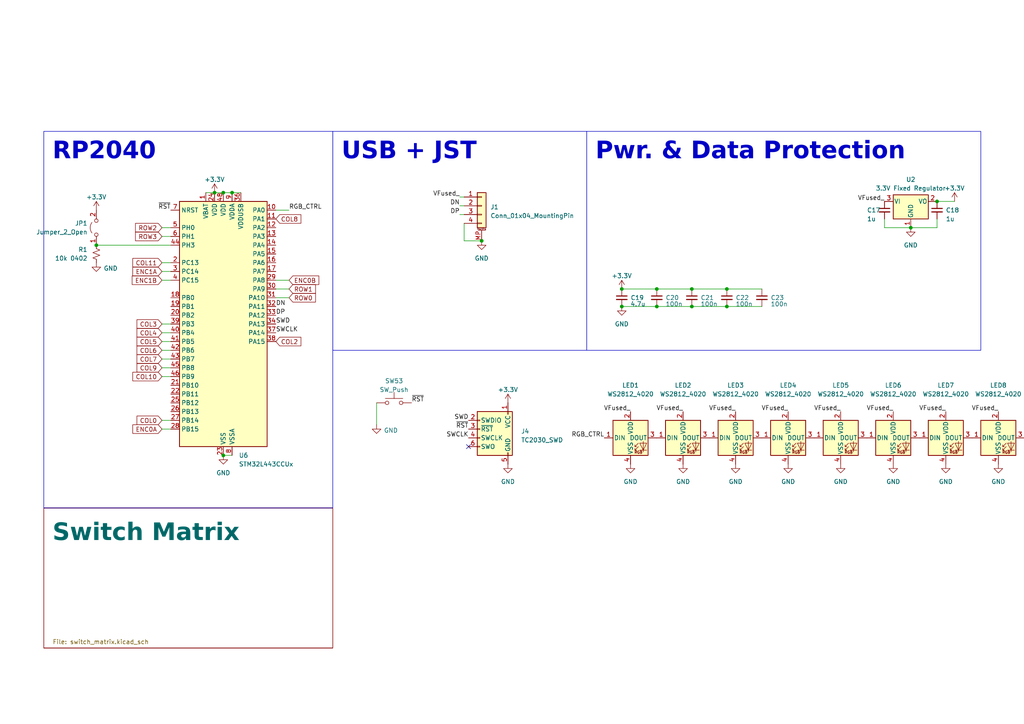
<source format=kicad_sch>
(kicad_sch (version 20230121) (generator eeschema)
  (paper "A4")
  (lib_symbols
    (symbol "Connector_Generic_MountingPin:Conn_01x04_MountingPin" (pin_names (offset 1.016) hide)
      (property "Reference" "J" (at 0 5.08 0))
      (property "Value" "Conn_01x04_MountingPin" (at 1.27 -7.62 0))
      (symbol "Conn_01x04_MountingPin_1_1"
        (rectangle (start -1.27 -4.953) (end 0 -5.207) (stroke (width 0.1524)))
        (rectangle (start -1.27 -2.413) (end 0 -2.667) (stroke (width 0.1524)))
        (rectangle (start -1.27 0.127) (end 0 -0.127) (stroke (width 0.1524)))
        (rectangle (start -1.27 2.667) (end 0 2.413) (stroke (width 0.1524)))
        (rectangle (start -1.27 3.81) (end 1.27 -6.35) (stroke (width 0.254)) (fill (type background)))
        (polyline (pts (xy -1.016 -7.112) (xy 1.016 -7.112)) (stroke (width 0.1524)))
        (text "Mounting" (at 0 -6.731 0) (effects (font (size 0.381 0.381))))
        (pin passive line (at -5.08 2.54 0) (length 3.81) (name "Pin_1") (number "1"))
        (pin passive line (at -5.08 0 0) (length 3.81) (name "Pin_2") (number "2"))
        (pin passive line (at -5.08 -2.54 0) (length 3.81) (name "Pin_3") (number "3"))
        (pin passive line (at -5.08 -5.08 0) (length 3.81) (name "Pin_4") (number "4"))
        (pin passive line (at 0 -10.16 90) (length 3.048) (name "MountPin") (number "MP"))
      )
    )
    (symbol "Device:C_Small" (pin_numbers hide) (pin_names (offset 0.254) hide)
      (property "Reference" "C" (at 0.254 1.778 0))
      (property "Value" "C_Small" (at 0.254 -2.032 0))
      (symbol "C_Small_0_1"
        (polyline (pts (xy -1.524 -0.508) (xy 1.524 -0.508)) (stroke (width 0.3302)))
        (polyline (pts (xy -1.524 0.508) (xy 1.524 0.508)) (stroke (width 0.3048)))
      )
      (symbol "C_Small_1_1"
        (pin passive line (at 0 2.54 270) (length 2.032) (name "~") (number "1"))
        (pin passive line (at 0 -2.54 90) (length 2.032) (name "~") (number "2"))
      )
    )
    (symbol "Device:R_Small_US" (pin_numbers hide) (pin_names (offset 0.254) hide)
      (property "Reference" "R" (at 0.762 0.508 0))
      (property "Value" "R_Small_US" (at 0.762 -1.016 0))
      (symbol "R_Small_US_1_1"
        (polyline (pts (xy 0 0) (xy 1.016 -0.381) (xy 0 -0.762) (xy -1.016 -1.143) (xy 0 -1.524)))
        (polyline (pts (xy 0 1.524) (xy 1.016 1.143) (xy 0 0.762) (xy -1.016 0.381) (xy 0 0)))
        (pin passive line (at 0 2.54 270) (length 1.016) (name "~") (number "1"))
        (pin passive line (at 0 -2.54 90) (length 1.016) (name "~") (number "2"))
      )
    )
    (symbol "Jumper:Jumper_2_Open" (pin_names (offset 0) hide)
      (property "Reference" "JP" (at 0 2.794 0))
      (property "Value" "Jumper_2_Open" (at 0 -2.286 0))
      (symbol "Jumper_2_Open_0_0"
        (circle (center -2.032 0) (radius 0.508))
        (circle (center 2.032 0) (radius 0.508))
      )
      (symbol "Jumper_2_Open_0_1"
        (arc (start 1.524 1.27) (mid 0 1.778) (end -1.524 1.27))
      )
      (symbol "Jumper_2_Open_1_1"
        (pin passive line (at -5.08 0 0) (length 2.54) (name "A") (number "1"))
        (pin passive line (at 5.08 0 180) (length 2.54) (name "B") (number "2"))
      )
    )
    (symbol "MCU_ST_STM32L4:STM32L443CCUx"
      (property "Reference" "U" (at -12.7 36.83 0))
      (property "Value" "STM32L443CCUx" (at 7.62 36.83 0))
      (symbol "STM32L443CCUx_0_1"
        (rectangle (start -12.7 -35.56) (end 12.7 35.56) (stroke (width 0.254)) (fill (type background)))
      )
      (symbol "STM32L443CCUx_1_1"
        (pin power_in line (at -5.08 38.1 270) (length 2.54) (name "VBAT") (number "1"))
        (pin bidirectional line (at 15.24 33.02 180) (length 2.54) (name "PA0") (number "10"))
        (pin bidirectional line (at 15.24 30.48 180) (length 2.54) (name "PA1") (number "11"))
        (pin bidirectional line (at 15.24 27.94 180) (length 2.54) (name "PA2") (number "12"))
        (pin bidirectional line (at 15.24 25.4 180) (length 2.54) (name "PA3") (number "13"))
        (pin bidirectional line (at 15.24 22.86 180) (length 2.54) (name "PA4") (number "14"))
        (pin bidirectional line (at 15.24 20.32 180) (length 2.54) (name "PA5") (number "15"))
        (pin bidirectional line (at 15.24 17.78 180) (length 2.54) (name "PA6") (number "16"))
        (pin bidirectional line (at 15.24 15.24 180) (length 2.54) (name "PA7") (number "17"))
        (pin bidirectional line (at -15.24 7.62 0) (length 2.54) (name "PB0") (number "18"))
        (pin bidirectional line (at -15.24 5.08 0) (length 2.54) (name "PB1") (number "19"))
        (pin bidirectional line (at -15.24 17.78 0) (length 2.54) (name "PC13") (number "2"))
        (pin bidirectional line (at -15.24 2.54 0) (length 2.54) (name "PB2") (number "20"))
        (pin bidirectional line (at -15.24 -17.78 0) (length 2.54) (name "PB10") (number "21"))
        (pin bidirectional line (at -15.24 -20.32 0) (length 2.54) (name "PB11") (number "22"))
        (pin power_in line (at 0 -38.1 90) (length 2.54) (name "VSS") (number "23"))
        (pin power_in line (at -2.54 38.1 270) (length 2.54) (name "VDD") (number "24"))
        (pin bidirectional line (at -15.24 -22.86 0) (length 2.54) (name "PB12") (number "25"))
        (pin bidirectional line (at -15.24 -25.4 0) (length 2.54) (name "PB13") (number "26"))
        (pin bidirectional line (at -15.24 -27.94 0) (length 2.54) (name "PB14") (number "27"))
        (pin bidirectional line (at -15.24 -30.48 0) (length 2.54) (name "PB15") (number "28"))
        (pin bidirectional line (at 15.24 12.7 180) (length 2.54) (name "PA8") (number "29"))
        (pin bidirectional line (at -15.24 15.24 0) (length 2.54) (name "PC14") (number "3"))
        (pin bidirectional line (at 15.24 10.16 180) (length 2.54) (name "PA9") (number "30"))
        (pin bidirectional line (at 15.24 7.62 180) (length 2.54) (name "PA10") (number "31"))
        (pin bidirectional line (at 15.24 5.08 180) (length 2.54) (name "PA11") (number "32"))
        (pin bidirectional line (at 15.24 2.54 180) (length 2.54) (name "PA12") (number "33"))
        (pin bidirectional line (at 15.24 0 180) (length 2.54) (name "PA13") (number "34"))
        (pin passive line (at 0 -38.1 90) (length 2.54) hide (name "VSS") (number "35"))
        (pin power_in line (at 5.08 38.1 270) (length 2.54) (name "VDDUSB") (number "36"))
        (pin bidirectional line (at 15.24 -2.54 180) (length 2.54) (name "PA14") (number "37"))
        (pin bidirectional line (at 15.24 -5.08 180) (length 2.54) (name "PA15") (number "38"))
        (pin bidirectional line (at -15.24 0 0) (length 2.54) (name "PB3") (number "39"))
        (pin bidirectional line (at -15.24 12.7 0) (length 2.54) (name "PC15") (number "4"))
        (pin bidirectional line (at -15.24 -2.54 0) (length 2.54) (name "PB4") (number "40"))
        (pin bidirectional line (at -15.24 -5.08 0) (length 2.54) (name "PB5") (number "41"))
        (pin bidirectional line (at -15.24 -7.62 0) (length 2.54) (name "PB6") (number "42"))
        (pin bidirectional line (at -15.24 -10.16 0) (length 2.54) (name "PB7") (number "43"))
        (pin bidirectional line (at -15.24 22.86 0) (length 2.54) (name "PH3") (number "44"))
        (pin bidirectional line (at -15.24 -12.7 0) (length 2.54) (name "PB8") (number "45"))
        (pin bidirectional line (at -15.24 -15.24 0) (length 2.54) (name "PB9") (number "46"))
        (pin passive line (at 0 -38.1 90) (length 2.54) hide (name "VSS") (number "47"))
        (pin power_in line (at 0 38.1 270) (length 2.54) (name "VDD") (number "48"))
        (pin passive line (at 0 -38.1 90) (length 2.54) hide (name "VSS") (number "49"))
        (pin bidirectional line (at -15.24 27.94 0) (length 2.54) (name "PH0") (number "5"))
        (pin bidirectional line (at -15.24 25.4 0) (length 2.54) (name "PH1") (number "6"))
        (pin input line (at -15.24 33.02 0) (length 2.54) (name "NRST") (number "7"))
        (pin power_in line (at 2.54 -38.1 90) (length 2.54) (name "VSSA") (number "8"))
        (pin power_in line (at 2.54 38.1 270) (length 2.54) (name "VDDA") (number "9"))
      )
    )
    (symbol "PCM_marbastlib-various:TC2030_SWD" (pin_names (offset 1.016))
      (property "Reference" "J" (at -3.81 -6.35 0))
      (property "Value" "TC2030_SWD" (at -10.16 8.89 0))
      (symbol "TC2030_SWD_0_1"
        (rectangle (start -3.81 7.62) (end 6.35 -5.08) (stroke (width 0.254)) (fill (type background)))
        (rectangle (start -3.048 -2.667) (end -3.81 -2.413))
        (rectangle (start -3.048 -0.127) (end -3.81 0.127))
        (rectangle (start -3.048 2.413) (end -3.81 2.667))
        (rectangle (start -3.048 4.953) (end -3.81 5.207))
        (rectangle (start 4.953 -5.08) (end 5.207 -4.318))
        (rectangle (start 4.953 6.858) (end 5.207 7.62))
      )
      (symbol "TC2030_SWD_1_1"
        (pin passive line (at 5.08 10.16 270) (length 2.54) (name "VCC") (number "1"))
        (pin passive line (at -6.35 5.08 0) (length 2.54) (name "SWDIO") (number "2"))
        (pin passive line (at -6.35 2.54 0) (length 2.54) (name "~{RST}") (number "3"))
        (pin passive line (at -6.35 0 0) (length 2.54) (name "SWCLK") (number "4"))
        (pin passive line (at 5.08 -7.62 90) (length 2.54) (name "GND") (number "5"))
        (pin passive line (at -6.35 -2.54 0) (length 2.54) (name "SWO") (number "6"))
      )
    )
    (symbol "Regulator_Linear:AP2127N3-1.2" (pin_names (offset 0.254))
      (property "Reference" "U" (at -3.81 3.175 0))
      (property "Value" "AP2127N3-1.2" (at 0 3.175 0))
      (symbol "AP2127N3-1.2_0_1"
        (rectangle (start -5.08 1.905) (end 5.08 -5.08) (stroke (width 0.254)) (fill (type background)))
      )
      (symbol "AP2127N3-1.2_1_1"
        (pin power_in line (at 0 -7.62 90) (length 2.54) (name "GND") (number "1"))
        (pin power_out line (at 7.62 0 180) (length 2.54) (name "VO") (number "2"))
        (pin power_in line (at -7.62 0 0) (length 2.54) (name "VI") (number "3"))
      )
    )
    (symbol "Switch:SW_Push" (pin_numbers hide) (pin_names (offset 1.016) hide)
      (property "Reference" "SW" (at 1.27 2.54 0))
      (property "Value" "SW_Push" (at 0 -1.524 0))
      (symbol "SW_Push_0_1"
        (circle (center -2.032 0) (radius 0.508))
        (polyline (pts (xy 0 1.27) (xy 0 3.048)))
        (polyline (pts (xy 2.54 1.27) (xy -2.54 1.27)))
        (circle (center 2.032 0) (radius 0.508))
        (pin passive line (at -5.08 0 0) (length 2.54) (name "1") (number "1"))
        (pin passive line (at 5.08 0 180) (length 2.54) (name "2") (number "2"))
      )
    )
    (symbol "marbastlib-various:WS2812_4020" (pin_names (offset 0.254))
      (property "Reference" "LED" (at 5.08 5.715 0))
      (property "Value" "WS2812_4020" (at 1.27 -5.715 0))
      (symbol "WS2812_4020_0_0"
        (text "RGB" (at 2.286 -4.191 0) (effects (font (size 0.762 0.762))))
      )
      (symbol "WS2812_4020_0_1"
        (polyline (pts (xy 1.27 -3.556) (xy 1.778 -3.556)))
        (polyline (pts (xy 1.27 -2.54) (xy 1.778 -2.54)))
        (polyline (pts (xy 4.699 -3.556) (xy 2.667 -3.556)))
        (polyline (pts (xy 2.286 -2.54) (xy 1.27 -3.556) (xy 1.27 -3.048)))
        (polyline (pts (xy 2.286 -1.524) (xy 1.27 -2.54) (xy 1.27 -2.032)))
        (polyline (pts (xy 3.683 -1.016) (xy 3.683 -3.556) (xy 3.683 -4.064)))
        (polyline (pts (xy 4.699 -1.524) (xy 2.667 -1.524) (xy 3.683 -3.556) (xy 4.699 -1.524)))
        (rectangle (start 5.08 5.08) (end -5.08 -5.08) (stroke (width 0.254)) (fill (type background)))
      )
      (symbol "WS2812_4020_1_1"
        (pin input line (at -7.62 0 0) (length 2.54) (name "DIN") (number "1"))
        (pin power_in line (at 0 7.62 270) (length 2.54) (name "VDD") (number "2"))
        (pin output line (at 7.62 0 180) (length 2.54) (name "DOUT") (number "3"))
        (pin power_in line (at 0 -7.62 90) (length 2.54) (name "VSS") (number "4"))
      )
    )
    (symbol "power:+3.3V" (power) (pin_names (offset 0))
      (property "Value" "+3.3V" (at 0 3.556 0))
      (symbol "+3.3V_0_1"
        (polyline (pts (xy -0.762 1.27) (xy 0 2.54)))
        (polyline (pts (xy 0 0) (xy 0 2.54)))
        (polyline (pts (xy 0 2.54) (xy 0.762 1.27)))
      )
      (symbol "+3.3V_1_1"
        (pin power_in line (at 0 0 90) (length 0) hide (name "+3.3V") (number "1"))
      )
    )
    (symbol "power:GND" (power) (pin_names (offset 0))
      (property "Value" "GND" (at 0 -3.81 0))
      (symbol "GND_0_1"
        (polyline (pts (xy 0 0) (xy 0 -1.27) (xy 1.27 -1.27) (xy 0 -2.54) (xy -1.27 -1.27) (xy 0 -1.27)))
      )
      (symbol "GND_1_1"
        (pin power_in line (at 0 0 270) (length 0) hide (name "GND") (number "1"))
      )
    )
  )
  (junction (at 64.77 55.88))
  (junction (at 200.66 88.9))
  (junction (at 210.82 88.9))
  (junction (at 180.34 83.82))
  (junction (at 190.5 83.82))
  (junction (at 210.82 83.82))
  (junction (at 271.78 58.42))
  (junction (at 139.7 69.85))
  (junction (at 264.16 66.04))
  (junction (at 67.31 55.88))
  (junction (at 200.66 83.82))
  (junction (at 64.77 132.08))
  (junction (at 62.23 55.88))
  (junction (at 190.5 88.9))
  (junction (at 27.94 71.12))
  (junction (at 180.34 88.9))
  (no_connect (at 135.89 129.54))
  (no_connect (at 358.14 127))
  (wire (pts (xy 83.82 86.36) (xy 80.01 86.36)))
  (wire (pts (xy 64.77 132.08) (xy 67.31 132.08)))
  (wire (pts (xy 46.99 101.6) (xy 49.53 101.6)))
  (wire (pts (xy 59.69 55.88) (xy 62.23 55.88)))
  (wire (pts (xy 190.5 88.9) (xy 200.66 88.9)))
  (wire (pts (xy 256.54 63.5) (xy 256.54 66.04)))
  (wire (pts (xy 46.99 68.58) (xy 49.53 68.58)))
  (wire (pts (xy 46.99 96.52) (xy 49.53 96.52)))
  (wire (pts (xy 210.82 83.82) (xy 220.98 83.82)))
  (wire (pts (xy 264.16 66.04) (xy 271.78 66.04)))
  (wire (pts (xy 271.78 66.04) (xy 271.78 63.5)))
  (wire (pts (xy 134.62 59.69) (xy 133.35 59.69)))
  (wire (pts (xy 46.99 81.28) (xy 49.53 81.28)))
  (wire (pts (xy 180.34 83.82) (xy 190.5 83.82)))
  (wire (pts (xy 200.66 83.82) (xy 210.82 83.82)))
  (wire (pts (xy 134.62 62.23) (xy 133.35 62.23)))
  (wire (pts (xy 46.99 109.22) (xy 49.53 109.22)))
  (wire (pts (xy 190.5 83.82) (xy 200.66 83.82)))
  (wire (pts (xy 134.62 64.77) (xy 134.62 69.85)))
  (wire (pts (xy 271.78 58.42) (xy 276.86 58.42)))
  (wire (pts (xy 46.99 99.06) (xy 49.53 99.06)))
  (wire (pts (xy 83.82 81.28) (xy 80.01 81.28)))
  (wire (pts (xy 133.35 57.15) (xy 134.62 57.15)))
  (wire (pts (xy 200.66 88.9) (xy 210.82 88.9)))
  (wire (pts (xy 46.99 78.74) (xy 49.53 78.74)))
  (wire (pts (xy 83.82 60.96) (xy 80.01 60.96)))
  (wire (pts (xy 46.99 104.14) (xy 49.53 104.14)))
  (wire (pts (xy 109.22 116.84) (xy 109.22 123.19)))
  (wire (pts (xy 46.99 76.2) (xy 49.53 76.2)))
  (wire (pts (xy 256.54 66.04) (xy 264.16 66.04)))
  (wire (pts (xy 80.01 83.82) (xy 83.82 83.82)))
  (wire (pts (xy 67.31 55.88) (xy 69.85 55.88)))
  (wire (pts (xy 46.99 66.04) (xy 49.53 66.04)))
  (wire (pts (xy 62.23 55.88) (xy 64.77 55.88)))
  (wire (pts (xy 46.99 93.98) (xy 49.53 93.98)))
  (wire (pts (xy 46.99 124.46) (xy 49.53 124.46)))
  (wire (pts (xy 210.82 88.9) (xy 220.98 88.9)))
  (wire (pts (xy 180.34 88.9) (xy 190.5 88.9)))
  (wire (pts (xy 46.99 121.92) (xy 49.53 121.92)))
  (wire (pts (xy 64.77 55.88) (xy 67.31 55.88)))
  (wire (pts (xy 46.99 106.68) (xy 49.53 106.68)))
  (wire (pts (xy 134.62 69.85) (xy 139.7 69.85)))
  (wire (pts (xy 27.94 71.12) (xy 49.53 71.12)))
  (rectangle (start 170.18 38.1) (end 284.48 101.6))
  (rectangle (start 12.7 38.1) (end 96.52 147.32))
  (rectangle (start 96.52 38.1) (end 170.18 101.6))
  (text "USB + JST" (at 99.06 48.26 0) (effects (font (size 5 5) (thickness 0.254) bold) (justify left bottom)))
  (text "RP2040" (at 15.24 48.26 0) (effects (font (size 5 5) (thickness 0.254) bold) (justify left bottom)))
  (text "Pwr. & Data Protection" (at 172.72 48.26 0) (effects (font (size 5 5) (thickness 0.254) bold) (justify left bottom)))
  (label "DN" (at 133.35 59.69 180))
  (label "VFused_" (at 256.54 58.42 180))
  (label "SWCLK" (at 80.01 96.52 0))
  (label "~{RST}" (at 119.38 116.84 0))
  (label "RGB_CTRL" (at 175.26 127 180))
  (label "VFused_" (at 289.56 119.38 180))
  (label "~{RST}" (at 49.53 60.96 180))
  (label "DN" (at 80.01 88.9 0))
  (label "SWCLK" (at 135.89 127 180))
  (label "SWD" (at 135.89 121.92 180))
  (label "VFused_" (at 304.8 119.38 180))
  (label "VFused_" (at 320.04 119.38 180))
  (label "VFused_" (at 228.6 119.38 180))
  (label "DP" (at 80.01 91.44 0))
  (label "DP" (at 133.35 62.23 180))
  (label "VFused_" (at 243.84 119.38 180))
  (label "VFused_" (at 182.88 119.38 180))
  (label "VFused_" (at 198.12 119.38 180))
  (label "VFused_" (at 335.28 119.38 180))
  (label "VFused_" (at 133.35 57.15 180))
  (label "VFused_" (at 213.36 119.38 180))
  (label "VFused_" (at 274.32 119.38 180))
  (label "SWD" (at 80.01 93.98 0))
  (label "~{RST}" (at 135.89 124.46 180))
  (label "VFused_" (at 350.52 119.38 180))
  (label "VFused_" (at 259.08 119.38 180))
  (label "RGB_CTRL" (at 83.82 60.96 0))
  (global_label "COL6" (shape input) (at 46.99 101.6 180) (property "Intersheetrefs" "${INTERSHEET_REFS}" (effects hide)))
  (global_label "COL4" (shape input) (at 46.99 96.52 180) (property "Intersheetrefs" "${INTERSHEET_REFS}" (effects hide)))
  (global_label "COL11" (shape input) (at 46.99 76.2 180) (property "Intersheetrefs" "${INTERSHEET_REFS}" (effects hide)))
  (global_label "ENC1B" (shape input) (at 46.99 81.28 180) (property "Intersheetrefs" "${INTERSHEET_REFS}" (effects hide)))
  (global_label "COL2" (shape input) (at 80.01 99.06 0) (property "Intersheetrefs" "${INTERSHEET_REFS}" (effects hide)))
  (global_label "ROW2" (shape input) (at 46.99 66.04 180) (property "Intersheetrefs" "${INTERSHEET_REFS}" (effects hide)))
  (global_label "ROW1" (shape input) (at 83.82 83.82 0) (property "Intersheetrefs" "${INTERSHEET_REFS}" (effects hide)))
  (global_label "ENC0A" (shape input) (at 46.99 124.46 180) (property "Intersheetrefs" "${INTERSHEET_REFS}" (effects hide)))
  (global_label "COL3" (shape input) (at 46.99 93.98 180) (property "Intersheetrefs" "${INTERSHEET_REFS}" (effects hide)))
  (global_label "COL7" (shape input) (at 46.99 104.14 180) (property "Intersheetrefs" "${INTERSHEET_REFS}" (effects hide)))
  (global_label "COL9" (shape input) (at 46.99 106.68 180) (property "Intersheetrefs" "${INTERSHEET_REFS}" (effects hide)))
  (global_label "ROW0" (shape input) (at 83.82 86.36 0) (property "Intersheetrefs" "${INTERSHEET_REFS}" (effects hide)))
  (global_label "ENC0B" (shape input) (at 83.82 81.28 0) (property "Intersheetrefs" "${INTERSHEET_REFS}" (effects hide)))
  (global_label "COL5" (shape input) (at 46.99 99.06 180) (property "Intersheetrefs" "${INTERSHEET_REFS}" (effects hide)))
  (global_label "ROW3" (shape input) (at 46.99 68.58 180) (property "Intersheetrefs" "${INTERSHEET_REFS}" (effects hide)))
  (global_label "COL10" (shape input) (at 46.99 109.22 180) (property "Intersheetrefs" "${INTERSHEET_REFS}" (effects hide)))
  (global_label "COL8" (shape input) (at 80.01 63.5 0) (property "Intersheetrefs" "${INTERSHEET_REFS}" (effects hide)))
  (global_label "ENC1A" (shape input) (at 46.99 78.74 180) (property "Intersheetrefs" "${INTERSHEET_REFS}" (effects hide)))
  (global_label "COL0" (shape input) (at 46.99 121.92 180) (property "Intersheetrefs" "${INTERSHEET_REFS}" (effects hide)))
  (symbol (lib_id "Device:C_Small") (at 256.54 60.96 0) (mirror y) (unit 1)
    (property "Reference" "C17" (at 251.46 60.96 0) (effects (justify right)))
    (property "Value" "1u" (at 251.46 63.5 0) (effects (justify right)))
    (property "Footprint" "Capacitor_SMD:C_0402_1005Metric" (effects hide))
    (property "LCSC" "C52923" (effects hide))
  )
  (symbol (lib_id "power:+3.3V") (at 276.86 58.42 0) (unit 1)
    (property "Reference" "#PWR032" (effects hide))
    (property "Value" "+3.3V" (at 276.86 54.61 0))
  )
  (symbol (lib_id "marbastlib-various:WS2812_4020") (at 304.8 127 0) (unit 1)
    (property "Reference" "LED9" (at 304.8 111.76 0))
    (property "Value" "WS2812_4020" (at 304.8 114.3 0))
    (property "Footprint" "PCM_marbastlib-xp-various:LED_WS2812_4020" (effects hide))
    (property "Datasheet" "https://datasheet.lcsc.com/lcsc/2012110135_Worldsemi-WS2812B-4020_C965557.pdf" (effects hide))
    (property "LCSC" "C965557" (effects hide))
  )
  (symbol (lib_id "marbastlib-various:WS2812_4020") (at 350.52 127 0) (unit 1)
    (property "Reference" "LED12" (at 350.52 111.76 0))
    (property "Value" "WS2812_4020" (at 350.52 114.3 0))
    (property "Footprint" "PCM_marbastlib-xp-various:LED_WS2812_4020" (effects hide))
    (property "Datasheet" "https://datasheet.lcsc.com/lcsc/2012110135_Worldsemi-WS2812B-4020_C965557.pdf" (effects hide))
    (property "LCSC" "C965557" (effects hide))
  )
  (symbol (lib_id "PCM_marbastlib-various:TC2030_SWD") (at 142.24 127 0) (unit 1)
    (property "Reference" "J4" (at 151.13 125.095 0) (effects (justify left)))
    (property "Value" "TC2030_SWD" (at 151.13 127.635 0) (effects (justify left)))
    (property "Footprint" "PCM_marbastlib-various:CON_TC2030_outlined" (effects hide))
    (property "Datasheet" " ~" (effects hide))
  )
  (symbol (lib_id "Device:C_Small") (at 210.82 86.36 0) (unit 1)
    (property "Reference" "C22" (at 213.36 86.36 0) (effects (justify left)))
    (property "Value" "100n" (at 213.3257 88.1873 0) (effects (justify left)))
    (property "Footprint" "Capacitor_SMD:C_0402_1005Metric" (effects hide))
    (property "LCSC" "C1525" (effects hide))
  )
  (symbol (lib_id "Jumper:Jumper_2_Open") (at 27.94 66.04 90) (unit 1) (in_bom no)
    (property "Reference" "JP1" (at 25.4 64.77 90) (effects (justify left)))
    (property "Value" "Jumper_2_Open" (at 25.4 67.31 90) (effects (justify left)))
    (property "Footprint" "Connector_PinHeader_1.27mm:PinHeader_1x02_P1.27mm_Vertical" (effects hide))
  )
  (symbol (lib_id "power:GND") (at 274.32 134.62 0) (unit 1)
    (property "Reference" "#PWR07" (effects hide))
    (property "Value" "GND" (at 274.32 139.7 0))
  )
  (symbol (lib_id "Device:C_Small") (at 220.98 86.36 0) (unit 1)
    (property "Reference" "C23" (at 223.52 86.36 0) (effects (justify left)))
    (property "Value" "100n" (at 223.4857 88.1873 0) (effects (justify left)))
    (property "Footprint" "Capacitor_SMD:C_0402_1005Metric" (effects hide))
    (property "LCSC" "C1525" (effects hide))
  )
  (symbol (lib_id "marbastlib-various:WS2812_4020") (at 243.84 127 0) (unit 1)
    (property "Reference" "LED5" (at 243.84 111.76 0))
    (property "Value" "WS2812_4020" (at 243.84 114.3 0))
    (property "Footprint" "PCM_marbastlib-xp-various:LED_WS2812_4020" (effects hide))
    (property "Datasheet" "https://datasheet.lcsc.com/lcsc/2012110135_Worldsemi-WS2812B-4020_C965557.pdf" (effects hide))
    (property "LCSC" "C965557" (effects hide))
  )
  (symbol (lib_id "Regulator_Linear:AP2127N3-1.2") (at 264.16 58.42 0) (unit 1)
    (property "Reference" "U2" (at 264.16 52.07 0))
    (property "Value" "3.3V Fixed Regulator" (at 264.16 54.61 0))
    (property "Footprint" "Package_TO_SOT_SMD:TSOT-23" (effects hide))
    (property "Datasheet" "https://www.diodes.com/assets/Datasheets/AP2127.pdf" (effects hide))
    (property "LCSC" "C150715" (effects hide))
  )
  (symbol (lib_id "power:GND") (at 243.84 134.62 0) (unit 1)
    (property "Reference" "#PWR05" (effects hide))
    (property "Value" "GND" (at 243.84 139.7 0))
  )
  (symbol (lib_id "power:GND") (at 182.88 134.62 0) (unit 1)
    (property "Reference" "#PWR01" (effects hide))
    (property "Value" "GND" (at 182.88 139.7 0))
  )
  (symbol (lib_id "marbastlib-various:WS2812_4020") (at 213.36 127 0) (unit 1)
    (property "Reference" "LED3" (at 213.36 111.76 0))
    (property "Value" "WS2812_4020" (at 213.36 114.3 0))
    (property "Footprint" "PCM_marbastlib-xp-various:LED_WS2812_4020" (effects hide))
    (property "Datasheet" "https://datasheet.lcsc.com/lcsc/2012110135_Worldsemi-WS2812B-4020_C965557.pdf" (effects hide))
    (property "LCSC" "C965557" (effects hide))
  )
  (symbol (lib_id "power:GND") (at 180.34 88.9 0) (unit 1)
    (property "Reference" "#PWR038" (effects hide))
    (property "Value" "GND" (at 180.34 93.98 0))
  )
  (symbol (lib_id "power:GND") (at 228.6 134.62 0) (unit 1)
    (property "Reference" "#PWR04" (effects hide))
    (property "Value" "GND" (at 228.6 139.7 0))
  )
  (symbol (lib_id "power:GND") (at 27.94 76.2 0) (unit 1)
    (property "Reference" "#PWR014" (effects hide))
    (property "Value" "GND" (at 32.0997 77.8443 0))
  )
  (symbol (lib_id "power:GND") (at 109.22 123.19 0) (unit 1)
    (property "Reference" "#PWR040" (effects hide))
    (property "Value" "GND" (at 113.3797 124.8343 0))
  )
  (symbol (lib_id "power:+3.3V") (at 180.34 83.82 0) (unit 1)
    (property "Reference" "#PWR035" (effects hide))
    (property "Value" "+3.3V" (at 180.34 80.01 0))
  )
  (symbol (lib_id "power:+3.3V") (at 62.23 55.88 0) (unit 1)
    (property "Reference" "#PWR030" (effects hide))
    (property "Value" "+3.3V" (at 62.23 52.07 0))
  )
  (symbol (lib_id "power:GND") (at 304.8 134.62 0) (unit 1)
    (property "Reference" "#PWR09" (effects hide))
    (property "Value" "GND" (at 304.8 139.7 0))
  )
  (symbol (lib_id "marbastlib-various:WS2812_4020") (at 182.88 127 0) (unit 1)
    (property "Reference" "LED1" (at 182.88 111.76 0))
    (property "Value" "WS2812_4020" (at 182.88 114.3 0))
    (property "Footprint" "PCM_marbastlib-xp-various:LED_WS2812_4020" (effects hide))
    (property "Datasheet" "https://datasheet.lcsc.com/lcsc/2012110135_Worldsemi-WS2812B-4020_C965557.pdf" (effects hide))
    (property "LCSC" "C965557" (effects hide))
  )
  (symbol (lib_id "Device:C_Small") (at 271.78 60.96 0) (unit 1)
    (property "Reference" "C18" (at 274.32 60.96 0) (effects (justify left)))
    (property "Value" "1u" (at 274.32 63.5 0) (effects (justify left)))
    (property "Footprint" "Capacitor_SMD:C_0402_1005Metric" (effects hide))
    (property "LCSC" "C52923" (effects hide))
  )
  (symbol (lib_id "power:GND") (at 147.32 134.62 0) (unit 1)
    (property "Reference" "#PWR042" (effects hide))
    (property "Value" "GND" (at 147.32 139.7 0))
  )
  (symbol (lib_id "Switch:SW_Push") (at 114.3 116.84 0) (unit 1)
    (property "Reference" "SW53" (at 114.3 110.49 0))
    (property "Value" "SW_Push" (at 114.3 113.03 0))
    (property "Footprint" "Button_Switch_SMD:SW_SPST_SKQG_WithoutStem" (effects hide))
    (property "LCSC" "C115351" (effects hide))
  )
  (symbol (lib_id "power:GND") (at 350.52 134.62 0) (unit 1)
    (property "Reference" "#PWR012" (effects hide))
    (property "Value" "GND" (at 350.52 139.7 0))
  )
  (symbol (lib_id "Device:C_Small") (at 200.66 86.36 0) (unit 1)
    (property "Reference" "C21" (at 203.2 86.36 0) (effects (justify left)))
    (property "Value" "100n" (at 203.1657 88.1873 0) (effects (justify left)))
    (property "Footprint" "Capacitor_SMD:C_0402_1005Metric" (effects hide))
    (property "LCSC" "C1525" (effects hide))
  )
  (symbol (lib_id "MCU_ST_STM32L4:STM32L443CCUx") (at 64.77 93.98 0) (unit 1)
    (property "Reference" "U6" (at 69.2659 132.08 0) (effects (justify left)))
    (property "Value" "STM32L443CCUx" (at 69.2659 134.62 0) (effects (justify left)))
    (property "Footprint" "Package_DFN_QFN:QFN-48-1EP_7x7mm_P0.5mm_EP5.6x5.6mm_ThermalVias" (effects hide))
    (property "Datasheet" "https://www.st.com/resource/en/datasheet/stm32l443cc.pdf" (effects hide))
    (property "LCSC" "C1338637" (effects hide))
  )
  (symbol (lib_id "power:GND") (at 320.04 134.62 0) (unit 1)
    (property "Reference" "#PWR010" (effects hide))
    (property "Value" "GND" (at 320.04 139.7 0))
  )
  (symbol (lib_id "power:GND") (at 289.56 134.62 0) (unit 1)
    (property "Reference" "#PWR08" (effects hide))
    (property "Value" "GND" (at 289.56 139.7 0))
  )
  (symbol (lib_id "marbastlib-various:WS2812_4020") (at 274.32 127 0) (unit 1)
    (property "Reference" "LED7" (at 274.32 111.76 0))
    (property "Value" "WS2812_4020" (at 274.32 114.3 0))
    (property "Footprint" "PCM_marbastlib-xp-various:LED_WS2812_4020" (effects hide))
    (property "Datasheet" "https://datasheet.lcsc.com/lcsc/2012110135_Worldsemi-WS2812B-4020_C965557.pdf" (effects hide))
    (property "LCSC" "C965557" (effects hide))
  )
  (symbol (lib_id "power:+3.3V") (at 147.32 116.84 0) (unit 1)
    (property "Reference" "#PWR039" (effects hide))
    (property "Value" "+3.3V" (at 147.32 113.03 0))
  )
  (symbol (lib_id "power:GND") (at 259.08 134.62 0) (unit 1)
    (property "Reference" "#PWR06" (effects hide))
    (property "Value" "GND" (at 259.08 139.7 0))
  )
  (symbol (lib_id "power:GND") (at 198.12 134.62 0) (unit 1)
    (property "Reference" "#PWR02" (effects hide))
    (property "Value" "GND" (at 198.12 139.7 0))
  )
  (symbol (lib_id "power:GND") (at 213.36 134.62 0) (unit 1)
    (property "Reference" "#PWR03" (effects hide))
    (property "Value" "GND" (at 213.36 139.7 0))
  )
  (symbol (lib_id "marbastlib-various:WS2812_4020") (at 320.04 127 0) (unit 1)
    (property "Reference" "LED10" (at 320.04 111.76 0))
    (property "Value" "WS2812_4020" (at 320.04 114.3 0))
    (property "Footprint" "PCM_marbastlib-xp-various:LED_WS2812_4020" (effects hide))
    (property "Datasheet" "https://datasheet.lcsc.com/lcsc/2012110135_Worldsemi-WS2812B-4020_C965557.pdf" (effects hide))
    (property "LCSC" "C965557" (effects hide))
  )
  (symbol (lib_id "power:GND") (at 264.16 66.04 0) (unit 1)
    (property "Reference" "#PWR033" (effects hide))
    (property "Value" "GND" (at 264.16 71.12 0))
  )
  (symbol (lib_id "Device:R_Small_US") (at 27.94 73.66 0) (unit 1)
    (property "Reference" "R1" (at 25.4 72.39 0) (effects (justify right)))
    (property "Value" "10k 0402" (at 25.4 74.93 0) (effects (justify right)))
    (property "Footprint" "Resistor_SMD:R_0402_1005Metric" (effects hide))
    (property "LCSC" "C60490" (effects hide))
  )
  (symbol (lib_id "power:GND") (at 335.28 134.62 0) (unit 1)
    (property "Reference" "#PWR011" (effects hide))
    (property "Value" "GND" (at 335.28 139.7 0))
  )
  (symbol (lib_id "power:GND") (at 64.77 132.08 0) (unit 1)
    (property "Reference" "#PWR041" (effects hide))
    (property "Value" "GND" (at 64.77 137.16 0))
  )
  (symbol (lib_id "marbastlib-various:WS2812_4020") (at 335.28 127 0) (unit 1)
    (property "Reference" "LED11" (at 335.28 111.76 0))
    (property "Value" "WS2812_4020" (at 335.28 114.3 0))
    (property "Footprint" "PCM_marbastlib-xp-various:LED_WS2812_4020" (effects hide))
    (property "Datasheet" "https://datasheet.lcsc.com/lcsc/2012110135_Worldsemi-WS2812B-4020_C965557.pdf" (effects hide))
    (property "LCSC" "C965557" (effects hide))
  )
  (symbol (lib_id "Device:C_Small") (at 190.5 86.36 0) (unit 1)
    (property "Reference" "C20" (at 193.04 86.36 0) (effects (justify left)))
    (property "Value" "100n" (at 193.0057 88.1873 0) (effects (justify left)))
    (property "Footprint" "Capacitor_SMD:C_0402_1005Metric" (effects hide))
    (property "LCSC" "C1525" (effects hide))
  )
  (symbol (lib_id "Device:C_Small") (at 180.34 86.36 0) (unit 1)
    (property "Reference" "C19" (at 182.88 86.36 0) (effects (justify left)))
    (property "Value" "4.7u" (at 182.8457 88.1873 0) (effects (justify left)))
    (property "Footprint" "Capacitor_SMD:C_0402_1005Metric" (effects hide))
    (property "LCSC" "C52923" (effects hide))
  )
  (symbol (lib_id "marbastlib-various:WS2812_4020") (at 198.12 127 0) (unit 1)
    (property "Reference" "LED2" (at 198.12 111.76 0))
    (property "Value" "WS2812_4020" (at 198.12 114.3 0))
    (property "Footprint" "PCM_marbastlib-xp-various:LED_WS2812_4020" (effects hide))
    (property "Datasheet" "https://datasheet.lcsc.com/lcsc/2012110135_Worldsemi-WS2812B-4020_C965557.pdf" (effects hide))
    (property "LCSC" "C965557" (effects hide))
  )
  (symbol (lib_id "power:GND") (at 139.7 69.85 0) (unit 1)
    (property "Reference" "#PWR034" (effects hide))
    (property "Value" "GND" (at 139.7 74.93 0))
  )
  (symbol (lib_id "marbastlib-various:WS2812_4020") (at 228.6 127 0) (unit 1)
    (property "Reference" "LED4" (at 228.6 111.76 0))
    (property "Value" "WS2812_4020" (at 228.6 114.3 0))
    (property "Footprint" "PCM_marbastlib-xp-various:LED_WS2812_4020" (effects hide))
    (property "Datasheet" "https://datasheet.lcsc.com/lcsc/2012110135_Worldsemi-WS2812B-4020_C965557.pdf" (effects hide))
    (property "LCSC" "C965557" (effects hide))
  )
  (symbol (lib_id "power:+3.3V") (at 27.94 60.96 0) (unit 1)
    (property "Reference" "#PWR013" (effects hide))
    (property "Value" "+3.3V" (at 27.94 57.15 0))
  )
  (symbol (lib_id "Connector_Generic_MountingPin:Conn_01x04_MountingPin") (at 139.7 59.69 0) (unit 1)
    (property "Reference" "J1" (at 142.24 60.0456 0) (effects (justify left)))
    (property "Value" "Conn_01x04_MountingPin" (at 142.24 62.5856 0) (effects (justify left)))
    (property "Footprint" "Connector_JST:JST_SH_SM04B-SRSS-TB_1x04-1MP_P1.00mm_Horizontal" (effects hide))
    (property "LCSC" "C160404" (effects hide))
  )
  (symbol (lib_id "marbastlib-various:WS2812_4020") (at 259.08 127 0) (unit 1)
    (property "Reference" "LED6" (at 259.08 111.76 0))
    (property "Value" "WS2812_4020" (at 259.08 114.3 0))
    (property "Footprint" "PCM_marbastlib-xp-various:LED_WS2812_4020" (effects hide))
    (property "Datasheet" "https://datasheet.lcsc.com/lcsc/2012110135_Worldsemi-WS2812B-4020_C965557.pdf" (effects hide))
    (property "LCSC" "C965557" (effects hide))
  )
  (symbol (lib_id "marbastlib-various:WS2812_4020") (at 289.56 127 0) (unit 1)
    (property "Reference" "LED8" (at 289.56 111.76 0))
    (property "Value" "WS2812_4020" (at 289.56 114.3 0))
    (property "Footprint" "PCM_marbastlib-xp-various:LED_WS2812_4020" (effects hide))
    (property "Datasheet" "https://datasheet.lcsc.com/lcsc/2012110135_Worldsemi-WS2812B-4020_C965557.pdf" (effects hide))
    (property "LCSC" "C965557" (effects hide))
  )
  (sheet (at 12.7 147.32) (size 83.82 40.64) (stroke (width 0.1524))
    (property "Sheetname" "Switch Matrix" (at 15.24 157.48 0) (effects (font (size 5 5) bold) (justify left bottom)))
    (property "Sheetfile" "switch_matrix.kicad_sch" (at 15.24 185.42 0) (effects (justify left top)))
  )
)
</source>
